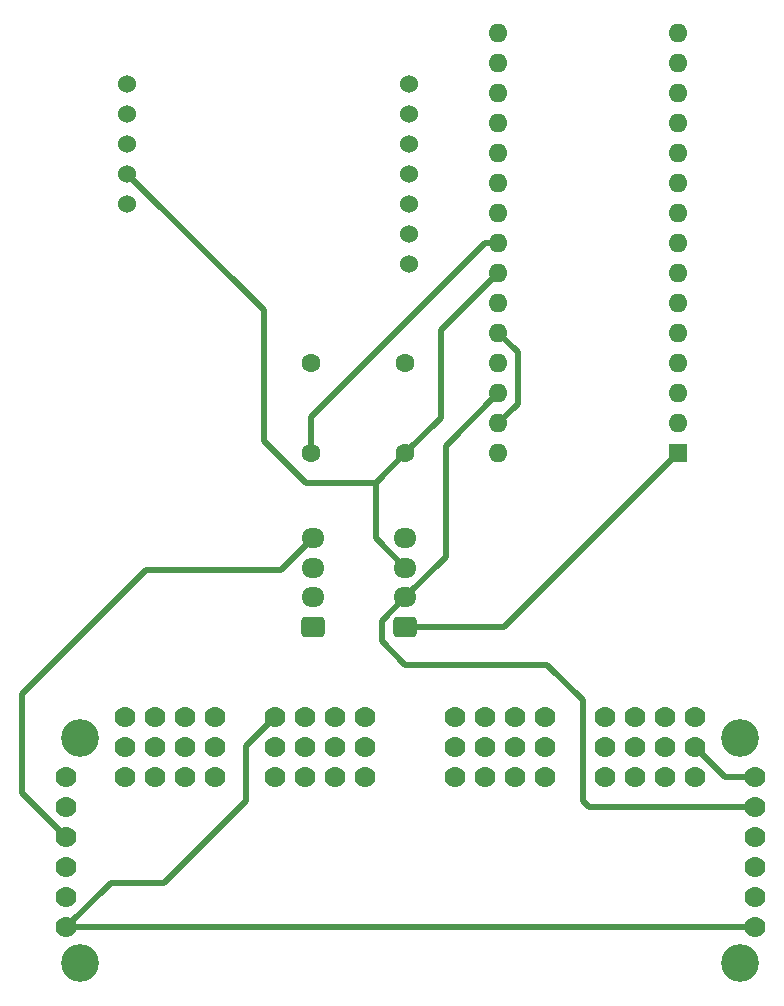
<source format=gbr>
%TF.GenerationSoftware,KiCad,Pcbnew,9.0.7*%
%TF.CreationDate,2026-02-17T14:37:03-05:00*%
%TF.ProjectId,funny-robot,66756e6e-792d-4726-9f62-6f742e6b6963,v1*%
%TF.SameCoordinates,Original*%
%TF.FileFunction,Copper,L1,Top*%
%TF.FilePolarity,Positive*%
%FSLAX46Y46*%
G04 Gerber Fmt 4.6, Leading zero omitted, Abs format (unit mm)*
G04 Created by KiCad (PCBNEW 9.0.7) date 2026-02-17 14:37:03*
%MOMM*%
%LPD*%
G01*
G04 APERTURE LIST*
G04 Aperture macros list*
%AMRoundRect*
0 Rectangle with rounded corners*
0 $1 Rounding radius*
0 $2 $3 $4 $5 $6 $7 $8 $9 X,Y pos of 4 corners*
0 Add a 4 corners polygon primitive as box body*
4,1,4,$2,$3,$4,$5,$6,$7,$8,$9,$2,$3,0*
0 Add four circle primitives for the rounded corners*
1,1,$1+$1,$2,$3*
1,1,$1+$1,$4,$5*
1,1,$1+$1,$6,$7*
1,1,$1+$1,$8,$9*
0 Add four rect primitives between the rounded corners*
20,1,$1+$1,$2,$3,$4,$5,0*
20,1,$1+$1,$4,$5,$6,$7,0*
20,1,$1+$1,$6,$7,$8,$9,0*
20,1,$1+$1,$8,$9,$2,$3,0*%
G04 Aperture macros list end*
%TA.AperFunction,ComponentPad*%
%ADD10C,1.600000*%
%TD*%
%TA.AperFunction,ComponentPad*%
%ADD11C,1.524000*%
%TD*%
%TA.AperFunction,ComponentPad*%
%ADD12RoundRect,0.250000X0.725000X-0.600000X0.725000X0.600000X-0.725000X0.600000X-0.725000X-0.600000X0*%
%TD*%
%TA.AperFunction,ComponentPad*%
%ADD13O,1.950000X1.700000*%
%TD*%
%TA.AperFunction,ComponentPad*%
%ADD14C,1.778000*%
%TD*%
%TA.AperFunction,ComponentPad*%
%ADD15C,3.200000*%
%TD*%
%TA.AperFunction,ComponentPad*%
%ADD16R,1.600000X1.600000*%
%TD*%
%TA.AperFunction,ComponentPad*%
%ADD17O,1.600000X1.600000*%
%TD*%
%TA.AperFunction,Conductor*%
%ADD18C,0.500000*%
%TD*%
G04 APERTURE END LIST*
D10*
%TO.P,R2,1*%
%TO.N,SCL*%
X146490000Y-88587000D03*
%TO.P,R2,2*%
%TO.N,VBUS*%
X146490000Y-80967000D03*
%TD*%
D11*
%TO.P,U1,1,BAT*%
%TO.N,unconnected-(U1-BAT-Pad1)*%
X146825000Y-57292000D03*
%TO.P,U1,2,GND*%
%TO.N,unconnected-(U1-GND-Pad2)*%
X146825000Y-59832000D03*
%TO.P,U1,3,VCC*%
%TO.N,unconnected-(U1-VCC-Pad3)*%
X146825000Y-62372000D03*
%TO.P,U1,4,SDA*%
%TO.N,unconnected-(U1-SDA-Pad4)*%
X146825000Y-64912000D03*
%TO.P,U1,5,SCL*%
%TO.N,unconnected-(U1-SCL-Pad5)*%
X146825000Y-67452000D03*
%TO.P,U1,6,DS*%
%TO.N,unconnected-(U1-DS-Pad6)*%
X146825000Y-69992000D03*
%TO.P,U1,7,SQ*%
%TO.N,unconnected-(U1-SQ-Pad7)*%
X146825000Y-72532000D03*
%TO.P,U1,8,GND*%
%TO.N,GND*%
X122925000Y-57292000D03*
%TO.P,U1,9,VCC*%
%TO.N,VBUS*%
X122925000Y-59832000D03*
%TO.P,U1,10,SDA*%
%TO.N,SDA*%
X122925000Y-62372000D03*
%TO.P,U1,11,SCL*%
%TO.N,SCL*%
X122925000Y-64912000D03*
%TO.P,U1,12,DS*%
%TO.N,unconnected-(U1-DS-Pad12)*%
X122925000Y-67452000D03*
%TD*%
D12*
%TO.P,J2,1,Pin_1*%
%TO.N,GND*%
X146490000Y-103277000D03*
D13*
%TO.P,J2,2,Pin_2*%
%TO.N,VBUS*%
X146490000Y-100777000D03*
%TO.P,J2,3,Pin_3*%
%TO.N,SCL*%
X146490000Y-98277000D03*
%TO.P,J2,4,Pin_4*%
%TO.N,SDA*%
X146490000Y-95777000D03*
%TD*%
D14*
%TO.P,U2,0,PWM_0*%
%TO.N,unconnected-(U2-PWM_0-Pad0)*%
X170980000Y-116000000D03*
%TO.P,U2,1,PWM_1*%
%TO.N,unconnected-(U2-PWM_1-Pad1)*%
X168440000Y-116000000D03*
%TO.P,U2,2,PWM_2*%
%TO.N,unconnected-(U2-PWM_2-Pad2)*%
X165900000Y-116000000D03*
%TO.P,U2,3,PWM_3*%
%TO.N,unconnected-(U2-PWM_3-Pad3)*%
X163360000Y-116000000D03*
%TO.P,U2,4,PWM_4*%
%TO.N,unconnected-(U2-PWM_4-Pad4)*%
X158280000Y-116000000D03*
%TO.P,U2,5,PWM_5*%
%TO.N,unconnected-(U2-PWM_5-Pad5)*%
X155740000Y-116000000D03*
%TO.P,U2,6,PWM_6*%
%TO.N,unconnected-(U2-PWM_6-Pad6)*%
X153200000Y-116000000D03*
%TO.P,U2,7,PWM_7*%
%TO.N,unconnected-(U2-PWM_7-Pad7)*%
X150660000Y-116000000D03*
%TO.P,U2,8,PWM_8*%
%TO.N,unconnected-(U2-PWM_8-Pad8)*%
X143040000Y-116000000D03*
%TO.P,U2,9,PWM_9*%
%TO.N,unconnected-(U2-PWM_9-Pad9)*%
X140500000Y-116000000D03*
%TO.P,U2,10,PWM_10*%
%TO.N,unconnected-(U2-PWM_10-Pad10)*%
X137960000Y-116000000D03*
%TO.P,U2,11,PWM_11*%
%TO.N,unconnected-(U2-PWM_11-Pad11)*%
X135420000Y-116000000D03*
%TO.P,U2,12,PWM_12*%
%TO.N,unconnected-(U2-PWM_12-Pad12)*%
X130340000Y-116000000D03*
%TO.P,U2,13,PWM_13*%
%TO.N,unconnected-(U2-PWM_13-Pad13)*%
X127800000Y-116000000D03*
%TO.P,U2,14,PWM_14*%
%TO.N,unconnected-(U2-PWM_14-Pad14)*%
X125260000Y-116000000D03*
%TO.P,U2,15,PWM_15*%
%TO.N,unconnected-(U2-PWM_15-Pad15)*%
X122720000Y-116000000D03*
%TO.P,U2,GND_1,GND*%
%TO.N,GND*%
X176060000Y-128700000D03*
%TO.P,U2,GND_2,GND*%
X117767000Y-128700000D03*
%TO.P,U2,GND_3,GND*%
X170980000Y-110920000D03*
%TO.P,U2,GND_4,GND*%
X168440000Y-110920000D03*
%TO.P,U2,GND_5,GND*%
X165900000Y-110920000D03*
%TO.P,U2,GND_6,GND*%
X163360000Y-110920000D03*
%TO.P,U2,GND_7,GND*%
X158280000Y-110920000D03*
%TO.P,U2,GND_8,GND*%
X155740000Y-110920000D03*
%TO.P,U2,GND_9,GND*%
X153200000Y-110920000D03*
%TO.P,U2,GND_10,GND*%
X150660000Y-110920000D03*
%TO.P,U2,GND_11,GND*%
X143040000Y-110920000D03*
%TO.P,U2,GND_12,GND*%
X140500000Y-110920000D03*
%TO.P,U2,GND_13,GND*%
X137960000Y-110920000D03*
%TO.P,U2,GND_14,GND*%
X135420000Y-110920000D03*
%TO.P,U2,GND_15,GND*%
X130340000Y-110920000D03*
%TO.P,U2,GND_16,GND*%
X127800000Y-110920000D03*
%TO.P,U2,GND_17,GND*%
X125260000Y-110920000D03*
%TO.P,U2,GND_18,GND*%
X122720000Y-110920000D03*
%TO.P,U2,OE_1,~{OE}*%
%TO.N,Net-(U2-~{OE}-PadOE_1)*%
X176060000Y-126160000D03*
%TO.P,U2,OE_2,~{OE}*%
X117767000Y-126160000D03*
D15*
%TO.P,U2,S1*%
%TO.N,N/C*%
X174790000Y-131748000D03*
%TO.P,U2,S2*%
X118910000Y-131748000D03*
%TO.P,U2,S3*%
X174790000Y-112698000D03*
%TO.P,U2,S4*%
X118910000Y-112698000D03*
D14*
%TO.P,U2,SCL_1,SCL*%
%TO.N,SCL*%
X176060000Y-123620000D03*
%TO.P,U2,SCL_2,SCL*%
X117767000Y-123620000D03*
%TO.P,U2,SDA_1,SDA*%
%TO.N,SDA*%
X176060000Y-121080000D03*
%TO.P,U2,SDA_2,SDA*%
X117767000Y-121080000D03*
%TO.P,U2,V+_1,V+*%
%TO.N,+5V*%
X176060000Y-116000000D03*
%TO.P,U2,V+_2,V+*%
X117767000Y-116000000D03*
%TO.P,U2,V+_3,V+*%
X170980000Y-113460000D03*
%TO.P,U2,V+_4,V+*%
X168440000Y-113460000D03*
%TO.P,U2,V+_5,V+*%
X165900000Y-113460000D03*
%TO.P,U2,V+_6,V+*%
X163360000Y-113460000D03*
%TO.P,U2,V+_7,V+*%
X158280000Y-113460000D03*
%TO.P,U2,V+_8,V+*%
X155740000Y-113460000D03*
%TO.P,U2,V+_9,V+*%
X153200000Y-113460000D03*
%TO.P,U2,V+_10,V+*%
X150660000Y-113460000D03*
%TO.P,U2,V+_11,V+*%
X143040000Y-113460000D03*
%TO.P,U2,V+_12,V+*%
X140500000Y-113460000D03*
%TO.P,U2,V+_13,V+*%
X137960000Y-113460000D03*
%TO.P,U2,V+_14,V+*%
X135420000Y-113460000D03*
%TO.P,U2,V+_15,V+*%
X130340000Y-113460000D03*
%TO.P,U2,V+_16,V+*%
X127800000Y-113460000D03*
%TO.P,U2,V+_17,V+*%
X125260000Y-113460000D03*
%TO.P,U2,V+_18,V+*%
X122720000Y-113460000D03*
%TO.P,U2,VCC_1,VCC*%
%TO.N,VBUS*%
X176060000Y-118540000D03*
%TO.P,U2,VCC_2,VCC*%
X117767000Y-118540000D03*
%TD*%
D16*
%TO.P,A1,1,D1/TX*%
%TO.N,GND*%
X169610000Y-88550000D03*
D17*
%TO.P,A1,2,D0/RX*%
X169610000Y-86010000D03*
%TO.P,A1,3,~{RESET}*%
%TO.N,VBUS*%
X169610000Y-83470000D03*
%TO.P,A1,4,GND*%
%TO.N,GND*%
X169610000Y-80930000D03*
%TO.P,A1,5,D2*%
X169610000Y-78390000D03*
%TO.P,A1,6,D3*%
X169610000Y-75850000D03*
%TO.P,A1,7,D4*%
X169610000Y-73310000D03*
%TO.P,A1,8,D5*%
X169610000Y-70770000D03*
%TO.P,A1,9,D6*%
X169610000Y-68230000D03*
%TO.P,A1,10,D7*%
X169610000Y-65690000D03*
%TO.P,A1,11,D8*%
X169610000Y-63150000D03*
%TO.P,A1,12,D9*%
X169610000Y-60610000D03*
%TO.P,A1,13,D10*%
X169610000Y-58070000D03*
%TO.P,A1,14,D11*%
X169610000Y-55530000D03*
%TO.P,A1,15,D12*%
X169610000Y-52990000D03*
%TO.P,A1,16,D13*%
X154370000Y-52990000D03*
%TO.P,A1,17,3V3*%
%TO.N,unconnected-(A1-3V3-Pad17)*%
X154370000Y-55530000D03*
%TO.P,A1,18,AREF*%
%TO.N,unconnected-(A1-AREF-Pad18)*%
X154370000Y-58070000D03*
%TO.P,A1,19,A0*%
%TO.N,GND*%
X154370000Y-60610000D03*
%TO.P,A1,20,A1*%
X154370000Y-63150000D03*
%TO.P,A1,21,A2*%
X154370000Y-65690000D03*
%TO.P,A1,22,A3*%
X154370000Y-68230000D03*
%TO.P,A1,23,A4*%
%TO.N,SDA*%
X154370000Y-70770000D03*
%TO.P,A1,24,A5*%
%TO.N,SCL*%
X154370000Y-73310000D03*
%TO.P,A1,25,A6*%
%TO.N,GND*%
X154370000Y-75850000D03*
%TO.P,A1,26,A7*%
X154370000Y-78390000D03*
%TO.P,A1,27,+5V*%
%TO.N,VBUS*%
X154370000Y-80930000D03*
%TO.P,A1,28,~{RESET}*%
X154370000Y-83470000D03*
%TO.P,A1,29,GND*%
%TO.N,GND*%
X154370000Y-86010000D03*
%TO.P,A1,30,VIN*%
%TO.N,unconnected-(A1-VIN-Pad30)*%
X154370000Y-88550000D03*
%TD*%
D12*
%TO.P,J1,1,Pin_1*%
%TO.N,GND*%
X138690000Y-103277000D03*
D13*
%TO.P,J1,2,Pin_2*%
%TO.N,VBUS*%
X138690000Y-100777000D03*
%TO.P,J1,3,Pin_3*%
%TO.N,SCL*%
X138690000Y-98277000D03*
%TO.P,J1,4,Pin_4*%
%TO.N,SDA*%
X138690000Y-95777000D03*
%TD*%
D10*
%TO.P,R1,1*%
%TO.N,SDA*%
X138500000Y-88587000D03*
%TO.P,R1,2*%
%TO.N,VBUS*%
X138500000Y-80967000D03*
%TD*%
D18*
%TO.N,GND*%
X154370000Y-78390000D02*
X156000000Y-80020000D01*
X176060000Y-128700000D02*
X117767000Y-128700000D01*
X133000000Y-118000000D02*
X133000000Y-113340000D01*
X156000000Y-80020000D02*
X156000000Y-84380000D01*
X126063000Y-124937000D02*
X133000000Y-118000000D01*
X146490000Y-103277000D02*
X154883000Y-103277000D01*
X156000000Y-84380000D02*
X154370000Y-86010000D01*
X154883000Y-103277000D02*
X169610000Y-88550000D01*
X133000000Y-113340000D02*
X135420000Y-110920000D01*
X121530000Y-124937000D02*
X126063000Y-124937000D01*
X117767000Y-128700000D02*
X121530000Y-124937000D01*
%TO.N,VBUS*%
X146500000Y-106500000D02*
X158500000Y-106500000D01*
X149901000Y-97366000D02*
X146490000Y-100777000D01*
X149901000Y-87939000D02*
X149901000Y-97366000D01*
X144500000Y-104500000D02*
X146500000Y-106500000D01*
X158500000Y-106500000D02*
X161500000Y-109500000D01*
X161500000Y-118000000D02*
X162040000Y-118540000D01*
X161500000Y-109500000D02*
X161500000Y-118000000D01*
X146490000Y-100777000D02*
X144500000Y-102767000D01*
X162040000Y-118540000D02*
X176060000Y-118540000D01*
X154370000Y-83470000D02*
X149901000Y-87939000D01*
X144500000Y-102767000D02*
X144500000Y-104500000D01*
%TO.N,SDA*%
X124500000Y-98500000D02*
X114000000Y-109000000D01*
X135967000Y-98500000D02*
X124500000Y-98500000D01*
X114000000Y-109000000D02*
X114000000Y-117313000D01*
X138500000Y-88587000D02*
X138500000Y-85500000D01*
X153230000Y-70770000D02*
X154370000Y-70770000D01*
X138690000Y-95777000D02*
X135967000Y-98500000D01*
X114000000Y-117313000D02*
X117767000Y-121080000D01*
X138500000Y-85500000D02*
X153230000Y-70770000D01*
%TO.N,SCL*%
X146490000Y-98277000D02*
X144000000Y-95787000D01*
X144000000Y-95787000D02*
X144000000Y-91077000D01*
X149500000Y-78180000D02*
X154370000Y-73310000D01*
X134500000Y-76487000D02*
X134500000Y-87500000D01*
X144000000Y-91077000D02*
X146490000Y-88587000D01*
X146490000Y-88587000D02*
X149500000Y-85577000D01*
X134500000Y-87500000D02*
X138077000Y-91077000D01*
X149500000Y-85577000D02*
X149500000Y-78180000D01*
X122925000Y-64912000D02*
X134500000Y-76487000D01*
X138077000Y-91077000D02*
X144000000Y-91077000D01*
%TO.N,+5V*%
X170980000Y-113460000D02*
X173520000Y-116000000D01*
X173520000Y-116000000D02*
X176060000Y-116000000D01*
%TD*%
M02*

</source>
